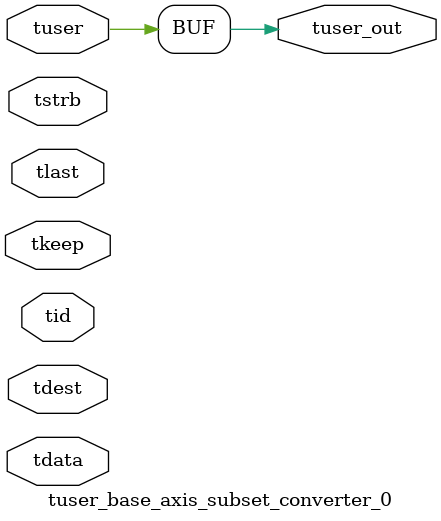
<source format=v>


`timescale 1ps/1ps

module tuser_base_axis_subset_converter_0 #
(
parameter C_S_AXIS_TUSER_WIDTH = 1,
parameter C_S_AXIS_TDATA_WIDTH = 32,
parameter C_S_AXIS_TID_WIDTH   = 0,
parameter C_S_AXIS_TDEST_WIDTH = 0,
parameter C_M_AXIS_TUSER_WIDTH = 1
)
(
input  [(C_S_AXIS_TUSER_WIDTH == 0 ? 1 : C_S_AXIS_TUSER_WIDTH)-1:0     ] tuser,
input  [(C_S_AXIS_TDATA_WIDTH == 0 ? 1 : C_S_AXIS_TDATA_WIDTH)-1:0     ] tdata,
input  [(C_S_AXIS_TID_WIDTH   == 0 ? 1 : C_S_AXIS_TID_WIDTH)-1:0       ] tid,
input  [(C_S_AXIS_TDEST_WIDTH == 0 ? 1 : C_S_AXIS_TDEST_WIDTH)-1:0     ] tdest,
input  [(C_S_AXIS_TDATA_WIDTH/8)-1:0 ] tkeep,
input  [(C_S_AXIS_TDATA_WIDTH/8)-1:0 ] tstrb,
input                                                                    tlast,
output [C_M_AXIS_TUSER_WIDTH-1:0] tuser_out
);

assign tuser_out = {tuser[0:0]};

endmodule


</source>
